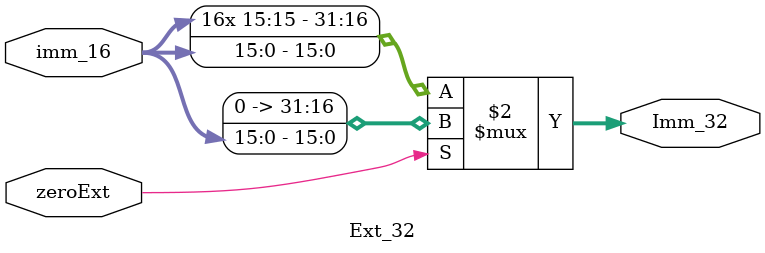
<source format=v>
`timescale 1ns / 1ps
module Ext_32(input [15:0] imm_16,
				  input zeroExt,
				  output[31:0] Imm_32
				 );
	
	assign Imm_32 = (zeroExt == 0)?{ {16{imm_16[15]}} , imm_16[15:0] } : {16'b0, imm_16[15:0] };			//À©Õ¹Îª32Î»·ûºÅÊý
	
endmodule

</source>
